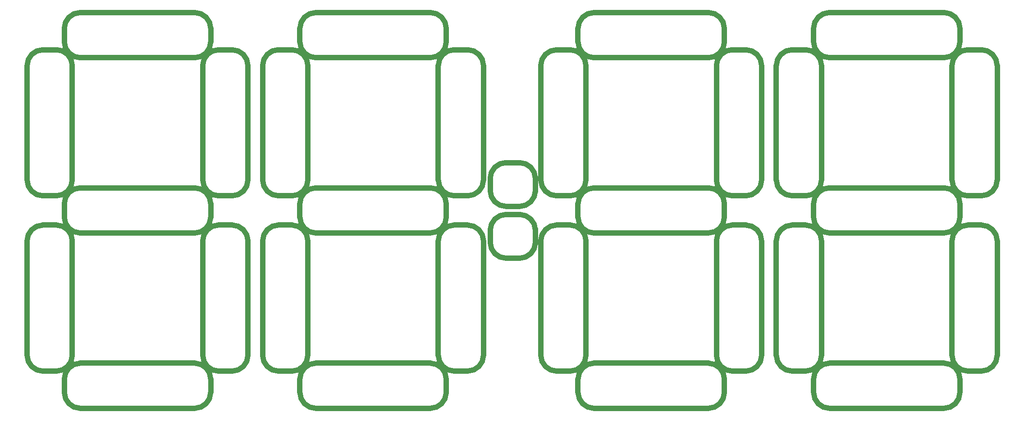
<source format=gbr>
G04 #@! TF.GenerationSoftware,KiCad,Pcbnew,(5.0.0)*
G04 #@! TF.CreationDate,2020-11-20T21:57:33-05:00*
G04 #@! TF.ProjectId,WS2812B Mini Clock top Layer,57533238313242204D696E6920436C6F,rev?*
G04 #@! TF.SameCoordinates,Original*
G04 #@! TF.FileFunction,Legend,Top*
G04 #@! TF.FilePolarity,Positive*
%FSLAX46Y46*%
G04 Gerber Fmt 4.6, Leading zero omitted, Abs format (unit mm)*
G04 Created by KiCad (PCBNEW (5.0.0)) date 11/20/20 21:57:33*
%MOMM*%
%LPD*%
G01*
G04 APERTURE LIST*
%ADD10C,1.000000*%
G04 APERTURE END LIST*
D10*
G04 #@! TO.C,REF\002A\002A*
X136000000Y-107500000D02*
G75*
G02X139000000Y-104500000I3000000J0D01*
G01*
X136000000Y-107250000D02*
X136000000Y-109750000D01*
X139000000Y-104500000D02*
X141500000Y-104500000D01*
X141500000Y-104500000D02*
G75*
G02X144500000Y-107500000I0J-3000000D01*
G01*
X144500000Y-110000000D02*
X144500000Y-107750000D01*
X136000000Y-107250000D02*
X136000000Y-109500000D01*
X139000000Y-112750000D02*
G75*
G02X136000000Y-109750000I0J3000000D01*
G01*
X141500000Y-112750000D02*
X139000000Y-112750000D01*
X144500000Y-109750000D02*
G75*
G02X141500000Y-112750000I-3000000J0D01*
G01*
X144500000Y-109750000D02*
X144500000Y-107250000D01*
X80500000Y-66500000D02*
X59000000Y-66500000D01*
X56000000Y-69500000D02*
G75*
G02X59000000Y-66500000I3000000J0D01*
G01*
X56000000Y-72000000D02*
X56000000Y-69500000D01*
X80500000Y-66500000D02*
G75*
G02X83500000Y-69500000I0J-3000000D01*
G01*
X83500000Y-72000000D02*
G75*
G02X80500000Y-75000000I-3000000J0D01*
G01*
X59000000Y-75000000D02*
G75*
G02X56000000Y-72000000I0J3000000D01*
G01*
X83500000Y-69500000D02*
X83500000Y-72000000D01*
X59000000Y-75000000D02*
X80500000Y-75000000D01*
X49000000Y-76500000D02*
X49000000Y-98000000D01*
X54500000Y-101000000D02*
X52000000Y-101000000D01*
X49000000Y-76500000D02*
G75*
G02X52000000Y-73500000I3000000J0D01*
G01*
X52000000Y-101000000D02*
G75*
G02X49000000Y-98000000I0J3000000D01*
G01*
X57500000Y-98000000D02*
G75*
G02X54500000Y-101000000I-3000000J0D01*
G01*
X52000000Y-73500000D02*
X54500000Y-73500000D01*
X54500000Y-73500000D02*
G75*
G02X57500000Y-76500000I0J-3000000D01*
G01*
X57500000Y-98000000D02*
X57500000Y-76500000D01*
X59000000Y-141000000D02*
X80500000Y-141000000D01*
X83500000Y-138000000D02*
G75*
G02X80500000Y-141000000I-3000000J0D01*
G01*
X83500000Y-135500000D02*
X83500000Y-138000000D01*
X59000000Y-141000000D02*
G75*
G02X56000000Y-138000000I0J3000000D01*
G01*
X56000000Y-135500000D02*
G75*
G02X59000000Y-132500000I3000000J0D01*
G01*
X80500000Y-132500000D02*
G75*
G02X83500000Y-135500000I0J-3000000D01*
G01*
X56000000Y-138000000D02*
X56000000Y-135500000D01*
X80500000Y-132500000D02*
X59000000Y-132500000D01*
X82000000Y-76500000D02*
X82000000Y-98000000D01*
X85000000Y-101000000D02*
G75*
G02X82000000Y-98000000I0J3000000D01*
G01*
X87500000Y-101000000D02*
X85000000Y-101000000D01*
X82000000Y-76500000D02*
G75*
G02X85000000Y-73500000I3000000J0D01*
G01*
X87500000Y-73500000D02*
G75*
G02X90500000Y-76500000I0J-3000000D01*
G01*
X90500000Y-98000000D02*
G75*
G02X87500000Y-101000000I-3000000J0D01*
G01*
X85000000Y-73500000D02*
X87500000Y-73500000D01*
X90500000Y-98000000D02*
X90500000Y-76500000D01*
X59000000Y-108000000D02*
X80500000Y-108000000D01*
X83500000Y-102500000D02*
X83500000Y-105000000D01*
X59000000Y-108000000D02*
G75*
G02X56000000Y-105000000I0J3000000D01*
G01*
X83500000Y-105000000D02*
G75*
G02X80500000Y-108000000I-3000000J0D01*
G01*
X80500000Y-99500000D02*
G75*
G02X83500000Y-102500000I0J-3000000D01*
G01*
X56000000Y-105000000D02*
X56000000Y-102500000D01*
X56000000Y-102500000D02*
G75*
G02X59000000Y-99500000I3000000J0D01*
G01*
X80500000Y-99500000D02*
X59000000Y-99500000D01*
X57500000Y-131000000D02*
X57500000Y-109500000D01*
X54500000Y-106500000D02*
G75*
G02X57500000Y-109500000I0J-3000000D01*
G01*
X52000000Y-106500000D02*
X54500000Y-106500000D01*
X57500000Y-131000000D02*
G75*
G02X54500000Y-134000000I-3000000J0D01*
G01*
X52000000Y-134000000D02*
G75*
G02X49000000Y-131000000I0J3000000D01*
G01*
X49000000Y-109500000D02*
G75*
G02X52000000Y-106500000I3000000J0D01*
G01*
X54500000Y-134000000D02*
X52000000Y-134000000D01*
X49000000Y-109500000D02*
X49000000Y-131000000D01*
X90500000Y-131000000D02*
X90500000Y-109500000D01*
X85000000Y-106500000D02*
X87500000Y-106500000D01*
X90500000Y-131000000D02*
G75*
G02X87500000Y-134000000I-3000000J0D01*
G01*
X87500000Y-106500000D02*
G75*
G02X90500000Y-109500000I0J-3000000D01*
G01*
X82000000Y-109500000D02*
G75*
G02X85000000Y-106500000I3000000J0D01*
G01*
X87500000Y-134000000D02*
X85000000Y-134000000D01*
X85000000Y-134000000D02*
G75*
G02X82000000Y-131000000I0J3000000D01*
G01*
X82000000Y-109500000D02*
X82000000Y-131000000D01*
X124750000Y-66500000D02*
X103250000Y-66500000D01*
X100250000Y-69500000D02*
G75*
G02X103250000Y-66500000I3000000J0D01*
G01*
X100250000Y-72000000D02*
X100250000Y-69500000D01*
X124750000Y-66500000D02*
G75*
G02X127750000Y-69500000I0J-3000000D01*
G01*
X127750000Y-72000000D02*
G75*
G02X124750000Y-75000000I-3000000J0D01*
G01*
X103250000Y-75000000D02*
G75*
G02X100250000Y-72000000I0J3000000D01*
G01*
X127750000Y-69500000D02*
X127750000Y-72000000D01*
X103250000Y-75000000D02*
X124750000Y-75000000D01*
X93250000Y-76500000D02*
X93250000Y-98000000D01*
X98750000Y-101000000D02*
X96250000Y-101000000D01*
X93250000Y-76500000D02*
G75*
G02X96250000Y-73500000I3000000J0D01*
G01*
X96250000Y-101000000D02*
G75*
G02X93250000Y-98000000I0J3000000D01*
G01*
X101750000Y-98000000D02*
G75*
G02X98750000Y-101000000I-3000000J0D01*
G01*
X96250000Y-73500000D02*
X98750000Y-73500000D01*
X98750000Y-73500000D02*
G75*
G02X101750000Y-76500000I0J-3000000D01*
G01*
X101750000Y-98000000D02*
X101750000Y-76500000D01*
X103250000Y-141000000D02*
X124750000Y-141000000D01*
X127750000Y-138000000D02*
G75*
G02X124750000Y-141000000I-3000000J0D01*
G01*
X127750000Y-135500000D02*
X127750000Y-138000000D01*
X103250000Y-141000000D02*
G75*
G02X100250000Y-138000000I0J3000000D01*
G01*
X100250000Y-135500000D02*
G75*
G02X103250000Y-132500000I3000000J0D01*
G01*
X124750000Y-132500000D02*
G75*
G02X127750000Y-135500000I0J-3000000D01*
G01*
X100250000Y-138000000D02*
X100250000Y-135500000D01*
X124750000Y-132500000D02*
X103250000Y-132500000D01*
X126250000Y-76500000D02*
X126250000Y-98000000D01*
X129250000Y-101000000D02*
G75*
G02X126250000Y-98000000I0J3000000D01*
G01*
X131750000Y-101000000D02*
X129250000Y-101000000D01*
X126250000Y-76500000D02*
G75*
G02X129250000Y-73500000I3000000J0D01*
G01*
X131750000Y-73500000D02*
G75*
G02X134750000Y-76500000I0J-3000000D01*
G01*
X134750000Y-98000000D02*
G75*
G02X131750000Y-101000000I-3000000J0D01*
G01*
X129250000Y-73500000D02*
X131750000Y-73500000D01*
X134750000Y-98000000D02*
X134750000Y-76500000D01*
X103250000Y-108000000D02*
X124750000Y-108000000D01*
X127750000Y-102500000D02*
X127750000Y-105000000D01*
X103250000Y-108000000D02*
G75*
G02X100250000Y-105000000I0J3000000D01*
G01*
X127750000Y-105000000D02*
G75*
G02X124750000Y-108000000I-3000000J0D01*
G01*
X124750000Y-99500000D02*
G75*
G02X127750000Y-102500000I0J-3000000D01*
G01*
X100250000Y-105000000D02*
X100250000Y-102500000D01*
X100250000Y-102500000D02*
G75*
G02X103250000Y-99500000I3000000J0D01*
G01*
X124750000Y-99500000D02*
X103250000Y-99500000D01*
X101750000Y-131000000D02*
X101750000Y-109500000D01*
X98750000Y-106500000D02*
G75*
G02X101750000Y-109500000I0J-3000000D01*
G01*
X96250000Y-106500000D02*
X98750000Y-106500000D01*
X101750000Y-131000000D02*
G75*
G02X98750000Y-134000000I-3000000J0D01*
G01*
X96250000Y-134000000D02*
G75*
G02X93250000Y-131000000I0J3000000D01*
G01*
X93250000Y-109500000D02*
G75*
G02X96250000Y-106500000I3000000J0D01*
G01*
X98750000Y-134000000D02*
X96250000Y-134000000D01*
X93250000Y-109500000D02*
X93250000Y-131000000D01*
X134750000Y-131000000D02*
X134750000Y-109500000D01*
X129250000Y-106500000D02*
X131750000Y-106500000D01*
X134750000Y-131000000D02*
G75*
G02X131750000Y-134000000I-3000000J0D01*
G01*
X131750000Y-106500000D02*
G75*
G02X134750000Y-109500000I0J-3000000D01*
G01*
X126250000Y-109500000D02*
G75*
G02X129250000Y-106500000I3000000J0D01*
G01*
X131750000Y-134000000D02*
X129250000Y-134000000D01*
X129250000Y-134000000D02*
G75*
G02X126250000Y-131000000I0J3000000D01*
G01*
X126250000Y-109500000D02*
X126250000Y-131000000D01*
X177000000Y-66500000D02*
X155500000Y-66500000D01*
X152500000Y-69500000D02*
G75*
G02X155500000Y-66500000I3000000J0D01*
G01*
X152500000Y-72000000D02*
X152500000Y-69500000D01*
X177000000Y-66500000D02*
G75*
G02X180000000Y-69500000I0J-3000000D01*
G01*
X180000000Y-72000000D02*
G75*
G02X177000000Y-75000000I-3000000J0D01*
G01*
X155500000Y-75000000D02*
G75*
G02X152500000Y-72000000I0J3000000D01*
G01*
X180000000Y-69500000D02*
X180000000Y-72000000D01*
X155500000Y-75000000D02*
X177000000Y-75000000D01*
X145500000Y-76500000D02*
X145500000Y-98000000D01*
X151000000Y-101000000D02*
X148500000Y-101000000D01*
X145500000Y-76500000D02*
G75*
G02X148500000Y-73500000I3000000J0D01*
G01*
X148500000Y-101000000D02*
G75*
G02X145500000Y-98000000I0J3000000D01*
G01*
X154000000Y-98000000D02*
G75*
G02X151000000Y-101000000I-3000000J0D01*
G01*
X148500000Y-73500000D02*
X151000000Y-73500000D01*
X151000000Y-73500000D02*
G75*
G02X154000000Y-76500000I0J-3000000D01*
G01*
X154000000Y-98000000D02*
X154000000Y-76500000D01*
X155500000Y-141000000D02*
X177000000Y-141000000D01*
X180000000Y-138000000D02*
G75*
G02X177000000Y-141000000I-3000000J0D01*
G01*
X180000000Y-135500000D02*
X180000000Y-138000000D01*
X155500000Y-141000000D02*
G75*
G02X152500000Y-138000000I0J3000000D01*
G01*
X152500000Y-135500000D02*
G75*
G02X155500000Y-132500000I3000000J0D01*
G01*
X177000000Y-132500000D02*
G75*
G02X180000000Y-135500000I0J-3000000D01*
G01*
X152500000Y-138000000D02*
X152500000Y-135500000D01*
X177000000Y-132500000D02*
X155500000Y-132500000D01*
X178500000Y-76500000D02*
X178500000Y-98000000D01*
X181500000Y-101000000D02*
G75*
G02X178500000Y-98000000I0J3000000D01*
G01*
X184000000Y-101000000D02*
X181500000Y-101000000D01*
X178500000Y-76500000D02*
G75*
G02X181500000Y-73500000I3000000J0D01*
G01*
X184000000Y-73500000D02*
G75*
G02X187000000Y-76500000I0J-3000000D01*
G01*
X187000000Y-98000000D02*
G75*
G02X184000000Y-101000000I-3000000J0D01*
G01*
X181500000Y-73500000D02*
X184000000Y-73500000D01*
X187000000Y-98000000D02*
X187000000Y-76500000D01*
X155500000Y-108000000D02*
X177000000Y-108000000D01*
X180000000Y-102500000D02*
X180000000Y-105000000D01*
X155500000Y-108000000D02*
G75*
G02X152500000Y-105000000I0J3000000D01*
G01*
X180000000Y-105000000D02*
G75*
G02X177000000Y-108000000I-3000000J0D01*
G01*
X177000000Y-99500000D02*
G75*
G02X180000000Y-102500000I0J-3000000D01*
G01*
X152500000Y-105000000D02*
X152500000Y-102500000D01*
X152500000Y-102500000D02*
G75*
G02X155500000Y-99500000I3000000J0D01*
G01*
X177000000Y-99500000D02*
X155500000Y-99500000D01*
X154000000Y-131000000D02*
X154000000Y-109500000D01*
X151000000Y-106500000D02*
G75*
G02X154000000Y-109500000I0J-3000000D01*
G01*
X148500000Y-106500000D02*
X151000000Y-106500000D01*
X154000000Y-131000000D02*
G75*
G02X151000000Y-134000000I-3000000J0D01*
G01*
X148500000Y-134000000D02*
G75*
G02X145500000Y-131000000I0J3000000D01*
G01*
X145500000Y-109500000D02*
G75*
G02X148500000Y-106500000I3000000J0D01*
G01*
X151000000Y-134000000D02*
X148500000Y-134000000D01*
X145500000Y-109500000D02*
X145500000Y-131000000D01*
X187000000Y-131000000D02*
X187000000Y-109500000D01*
X181500000Y-106500000D02*
X184000000Y-106500000D01*
X187000000Y-131000000D02*
G75*
G02X184000000Y-134000000I-3000000J0D01*
G01*
X184000000Y-106500000D02*
G75*
G02X187000000Y-109500000I0J-3000000D01*
G01*
X178500000Y-109500000D02*
G75*
G02X181500000Y-106500000I3000000J0D01*
G01*
X184000000Y-134000000D02*
X181500000Y-134000000D01*
X181500000Y-134000000D02*
G75*
G02X178500000Y-131000000I0J3000000D01*
G01*
X178500000Y-109500000D02*
X178500000Y-131000000D01*
X221250000Y-66500000D02*
X199750000Y-66500000D01*
X196750000Y-69500000D02*
G75*
G02X199750000Y-66500000I3000000J0D01*
G01*
X196750000Y-72000000D02*
X196750000Y-69500000D01*
X221250000Y-66500000D02*
G75*
G02X224250000Y-69500000I0J-3000000D01*
G01*
X224250000Y-72000000D02*
G75*
G02X221250000Y-75000000I-3000000J0D01*
G01*
X199750000Y-75000000D02*
G75*
G02X196750000Y-72000000I0J3000000D01*
G01*
X224250000Y-69500000D02*
X224250000Y-72000000D01*
X199750000Y-75000000D02*
X221250000Y-75000000D01*
X189750000Y-76500000D02*
X189750000Y-98000000D01*
X195250000Y-101000000D02*
X192750000Y-101000000D01*
X189750000Y-76500000D02*
G75*
G02X192750000Y-73500000I3000000J0D01*
G01*
X192750000Y-101000000D02*
G75*
G02X189750000Y-98000000I0J3000000D01*
G01*
X198250000Y-98000000D02*
G75*
G02X195250000Y-101000000I-3000000J0D01*
G01*
X192750000Y-73500000D02*
X195250000Y-73500000D01*
X195250000Y-73500000D02*
G75*
G02X198250000Y-76500000I0J-3000000D01*
G01*
X198250000Y-98000000D02*
X198250000Y-76500000D01*
X222750000Y-76500000D02*
X222750000Y-98000000D01*
X225750000Y-101000000D02*
G75*
G02X222750000Y-98000000I0J3000000D01*
G01*
X228250000Y-101000000D02*
X225750000Y-101000000D01*
X222750000Y-76500000D02*
G75*
G02X225750000Y-73500000I3000000J0D01*
G01*
X228250000Y-73500000D02*
G75*
G02X231250000Y-76500000I0J-3000000D01*
G01*
X231250000Y-98000000D02*
G75*
G02X228250000Y-101000000I-3000000J0D01*
G01*
X225750000Y-73500000D02*
X228250000Y-73500000D01*
X231250000Y-98000000D02*
X231250000Y-76500000D01*
X199750000Y-108000000D02*
X221250000Y-108000000D01*
X224250000Y-102500000D02*
X224250000Y-105000000D01*
X199750000Y-108000000D02*
G75*
G02X196750000Y-105000000I0J3000000D01*
G01*
X224250000Y-105000000D02*
G75*
G02X221250000Y-108000000I-3000000J0D01*
G01*
X221250000Y-99500000D02*
G75*
G02X224250000Y-102500000I0J-3000000D01*
G01*
X196750000Y-105000000D02*
X196750000Y-102500000D01*
X196750000Y-102500000D02*
G75*
G02X199750000Y-99500000I3000000J0D01*
G01*
X221250000Y-99500000D02*
X199750000Y-99500000D01*
X198250000Y-131000000D02*
X198250000Y-109500000D01*
X195250000Y-106500000D02*
G75*
G02X198250000Y-109500000I0J-3000000D01*
G01*
X192750000Y-106500000D02*
X195250000Y-106500000D01*
X198250000Y-131000000D02*
G75*
G02X195250000Y-134000000I-3000000J0D01*
G01*
X192750000Y-134000000D02*
G75*
G02X189750000Y-131000000I0J3000000D01*
G01*
X189750000Y-109500000D02*
G75*
G02X192750000Y-106500000I3000000J0D01*
G01*
X195250000Y-134000000D02*
X192750000Y-134000000D01*
X189750000Y-109500000D02*
X189750000Y-131000000D01*
X199750000Y-141000000D02*
X221250000Y-141000000D01*
X224250000Y-138000000D02*
G75*
G02X221250000Y-141000000I-3000000J0D01*
G01*
X224250000Y-135500000D02*
X224250000Y-138000000D01*
X199750000Y-141000000D02*
G75*
G02X196750000Y-138000000I0J3000000D01*
G01*
X196750000Y-135500000D02*
G75*
G02X199750000Y-132500000I3000000J0D01*
G01*
X221250000Y-132500000D02*
G75*
G02X224250000Y-135500000I0J-3000000D01*
G01*
X196750000Y-138000000D02*
X196750000Y-135500000D01*
X221250000Y-132500000D02*
X199750000Y-132500000D01*
X231250000Y-131000000D02*
X231250000Y-109500000D01*
X225750000Y-106500000D02*
X228250000Y-106500000D01*
X231250000Y-131000000D02*
G75*
G02X228250000Y-134000000I-3000000J0D01*
G01*
X228250000Y-106500000D02*
G75*
G02X231250000Y-109500000I0J-3000000D01*
G01*
X222750000Y-109500000D02*
G75*
G02X225750000Y-106500000I3000000J0D01*
G01*
X228250000Y-134000000D02*
X225750000Y-134000000D01*
X225750000Y-134000000D02*
G75*
G02X222750000Y-131000000I0J3000000D01*
G01*
X222750000Y-109500000D02*
X222750000Y-131000000D01*
X144500000Y-100000000D02*
X144500000Y-97500000D01*
X144500000Y-100000000D02*
G75*
G02X141500000Y-103000000I-3000000J0D01*
G01*
X141500000Y-103000000D02*
X139000000Y-103000000D01*
X139000000Y-103000000D02*
G75*
G02X136000000Y-100000000I0J3000000D01*
G01*
X136000000Y-97500000D02*
X136000000Y-99750000D01*
X144500000Y-100250000D02*
X144500000Y-98000000D01*
X141500000Y-94750000D02*
G75*
G02X144500000Y-97750000I0J-3000000D01*
G01*
X139000000Y-94750000D02*
X141500000Y-94750000D01*
X136000000Y-97500000D02*
X136000000Y-100000000D01*
X136000000Y-97750000D02*
G75*
G02X139000000Y-94750000I3000000J0D01*
G01*
G04 #@! TD*
M02*

</source>
